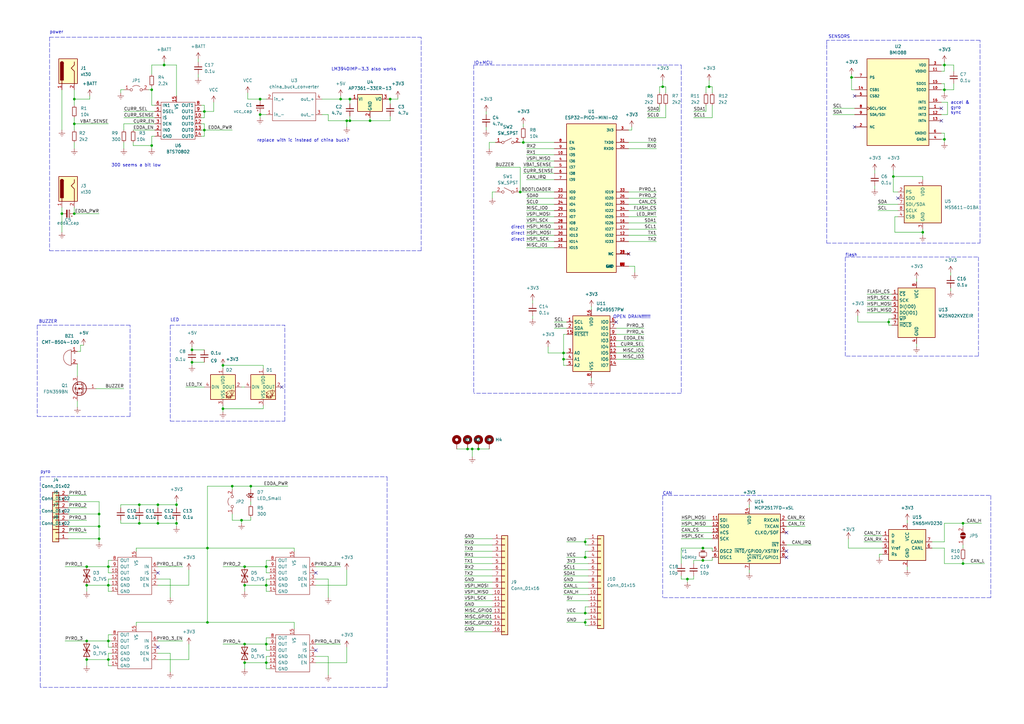
<source format=kicad_sch>
(kicad_sch (version 20211123) (generator eeschema)
  (paper "A3")
  (junction (at 387.35 26.67))
  (junction (at 35.56 270.51))
  (junction (at 231.14 147.32))
  (junction (at 35.56 240.03))
  (junction (at 240.03 222.25))
  (junction (at 231.14 144.78))
  (junction (at 196.215 184.15))
  (junction (at 109.22 232.41))
  (junction (at 142.24 49.53))
  (junction (at 30.48 50.8))
  (junction (at 30.48 40.64))
  (junction (at 64.77 214.63))
  (junction (at 35.56 232.41))
  (junction (at 85.09 255.27))
  (junction (at 85.09 224.79))
  (junction (at 106.68 46.99))
  (junction (at 30.48 87.63))
  (junction (at 143.51 49.53))
  (junction (at 57.15 214.63))
  (junction (at 290.83 35.56))
  (junction (at 100.33 271.78))
  (junction (at 62.23 59.69))
  (junction (at 95.25 199.39))
  (junction (at 83.82 53.34))
  (junction (at 281.94 237.49))
  (junction (at 394.97 214.63))
  (junction (at 288.29 224.79))
  (junction (at 40.64 215.9))
  (junction (at 40.64 210.82))
  (junction (at 151.765 49.53))
  (junction (at 109.22 264.16))
  (junction (at 271.78 35.56))
  (junction (at 78.74 148.59))
  (junction (at 240.03 251.46))
  (junction (at 143.51 40.64))
  (junction (at 378.46 95.25))
  (junction (at 44.45 270.51))
  (junction (at 106.68 40.64))
  (junction (at 394.97 231.14))
  (junction (at 387.35 57.15))
  (junction (at 44.45 240.03))
  (junction (at 387.35 36.83))
  (junction (at 102.87 199.39))
  (junction (at 91.44 167.64))
  (junction (at 240.03 228.6))
  (junction (at 191.77 184.15))
  (junction (at 214.63 58.42))
  (junction (at 160.02 40.64))
  (junction (at 44.45 262.89))
  (junction (at 78.74 143.51))
  (junction (at 72.39 207.01))
  (junction (at 99.06 213.36))
  (junction (at 349.25 31.75))
  (junction (at 364.49 132.08))
  (junction (at 240.03 255.27))
  (junction (at 109.22 271.78))
  (junction (at 213.36 78.74))
  (junction (at 72.39 214.63))
  (junction (at 40.64 220.98))
  (junction (at 44.45 232.41))
  (junction (at 100.33 232.41))
  (junction (at 91.44 149.86))
  (junction (at 25.4 87.63))
  (junction (at 64.77 207.01))
  (junction (at 57.15 207.01))
  (junction (at 35.56 262.89))
  (junction (at 62.23 36.83))
  (junction (at 366.395 72.39))
  (junction (at 100.33 240.03))
  (junction (at 288.29 229.87))
  (junction (at 109.22 240.03))
  (junction (at 67.31 26.67))
  (junction (at 100.33 264.16))
  (junction (at 139.7 40.64))
  (junction (at 83.82 45.72))
  (junction (at 193.675 184.15))
  (no_connect (at 350.52 52.07))
  (no_connect (at 386.08 49.53))
  (no_connect (at 64.77 265.43))
  (no_connect (at 386.08 44.45))
  (no_connect (at 115.57 158.75))
  (no_connect (at 322.58 226.06))
  (no_connect (at 322.58 228.6))
  (no_connect (at 129.54 266.7))
  (no_connect (at 252.73 132.08))
  (no_connect (at 322.58 218.44))
  (no_connect (at 257.81 104.14))
  (no_connect (at 64.77 234.95))
  (no_connect (at 368.3 81.28))
  (no_connect (at 350.52 39.37))
  (no_connect (at 129.54 234.95))
  (wire (pts (xy 62.23 59.69) (xy 62.23 60.96)))
  (wire (pts (xy 44.45 229.87) (xy 45.72 229.87)))
  (wire (pts (xy -92.71 121.92) (xy -82.55 121.92)))
  (wire (pts (xy 85.09 255.27) (xy 120.65 255.27)))
  (wire (pts (xy 101.6 38.1) (xy 101.6 40.64)))
  (wire (pts (xy 227.33 66.04) (xy 215.9 66.04)))
  (wire (pts (xy 30.48 48.26) (xy 30.48 50.8)))
  (wire (pts (xy 151.765 48.26) (xy 151.765 49.53)))
  (wire (pts (xy 190.5 233.68) (xy 201.93 233.68)))
  (wire (pts (xy 62.23 55.88) (xy 62.23 59.69)))
  (wire (pts (xy 120.65 226.06) (xy 120.65 224.79)))
  (wire (pts (xy 110.49 266.7) (xy 109.22 266.7)))
  (wire (pts (xy 322.58 213.36) (xy 330.2 213.36)))
  (wire (pts (xy 109.22 237.49) (xy 110.49 237.49)))
  (polyline (pts (xy 53.34 170.815) (xy 53.34 133.35)))
  (wire (pts (xy -54.61 109.22) (xy -44.45 109.22)))
  (wire (pts (xy 30.48 40.64) (xy 30.48 43.18)))
  (wire (pts (xy 289.56 43.18) (xy 289.56 45.72)))
  (wire (pts (xy 193.675 184.15) (xy 193.675 187.325)))
  (wire (pts (xy 83.82 53.34) (xy 83.82 50.8)))
  (wire (pts (xy 288.29 224.79) (xy 292.1 224.79)))
  (wire (pts (xy 109.22 242.57) (xy 109.22 240.03)))
  (wire (pts (xy 232.41 255.27) (xy 240.03 255.27)))
  (wire (pts (xy 387.35 54.61) (xy 387.35 57.15)))
  (wire (pts (xy 102.87 212.09) (xy 102.87 213.36)))
  (polyline (pts (xy 15.24 135.89) (xy 15.24 170.815)))
  (wire (pts (xy 107.95 166.37) (xy 107.95 167.64)))
  (wire (pts (xy 85.09 199.39) (xy 85.09 224.79)))
  (wire (pts (xy 224.79 144.78) (xy 224.79 142.24)))
  (wire (pts (xy 387.35 224.79) (xy 387.35 231.14)))
  (wire (pts (xy 91.44 149.86) (xy 91.44 151.13)))
  (wire (pts (xy 44.45 270.51) (xy 45.72 270.51)))
  (wire (pts (xy 241.3 223.52) (xy 240.03 223.52)))
  (wire (pts (xy 281.94 237.49) (xy 281.94 238.76)))
  (wire (pts (xy 57.15 214.63) (xy 64.77 214.63)))
  (wire (pts (xy 33.02 144.145) (xy 33.02 141.605)))
  (wire (pts (xy 83.82 48.26) (xy 82.55 48.26)))
  (wire (pts (xy 160.02 49.53) (xy 151.765 49.53)))
  (wire (pts (xy 394.97 231.14) (xy 403.86 231.14)))
  (wire (pts (xy 358.775 69.85) (xy 358.775 71.12)))
  (wire (pts (xy 129.54 264.16) (xy 139.7 264.16)))
  (wire (pts (xy 50.8 53.34) (xy 50.8 50.8)))
  (wire (pts (xy 257.81 53.34) (xy 259.08 53.34)))
  (wire (pts (xy 231.14 144.78) (xy 224.79 144.78)))
  (wire (pts (xy 389.89 118.11) (xy 389.89 119.38)))
  (wire (pts (xy 252.73 142.24) (xy 264.16 142.24)))
  (wire (pts (xy 91.44 167.64) (xy 107.95 167.64)))
  (wire (pts (xy 54.61 59.69) (xy 62.23 59.69)))
  (wire (pts (xy 289.56 35.56) (xy 290.83 35.56)))
  (wire (pts (xy 203.2 58.42) (xy 200.66 58.42)))
  (wire (pts (xy 67.31 25.4) (xy 67.31 26.67)))
  (wire (pts (xy -54.61 137.16) (xy -44.45 137.16)))
  (polyline (pts (xy 20.32 102.87) (xy 172.72 102.87)))
  (wire (pts (xy 143.51 40.64) (xy 143.51 42.545)))
  (wire (pts (xy 109.22 264.16) (xy 109.22 261.62)))
  (polyline (pts (xy 116.84 172.72) (xy 116.84 133.35)))
  (wire (pts (xy 355.6 125.73) (xy 365.76 125.73)))
  (wire (pts (xy 143.51 40.64) (xy 144.145 40.64)))
  (wire (pts (xy 27.94 220.98) (xy 40.64 220.98)))
  (wire (pts (xy 214.63 58.42) (xy 227.33 58.42)))
  (wire (pts (xy 232.41 228.6) (xy 240.03 228.6)))
  (wire (pts (xy 35.56 232.41) (xy 44.45 232.41)))
  (wire (pts (xy 106.68 46.99) (xy 109.22 46.99)))
  (wire (pts (xy 279.4 215.9) (xy 292.1 215.9)))
  (wire (pts (xy 386.08 26.67) (xy 387.35 26.67)))
  (wire (pts (xy 129.54 237.49) (xy 134.62 237.49)))
  (wire (pts (xy 77.47 240.03) (xy 77.47 233.68)))
  (wire (pts (xy 134.62 49.53) (xy 142.24 49.53)))
  (wire (pts (xy 106.68 40.64) (xy 109.22 40.64)))
  (wire (pts (xy 227.33 132.08) (xy 232.41 132.08)))
  (wire (pts (xy 55.88 255.27) (xy 85.09 255.27)))
  (wire (pts (xy 375.92 140.97) (xy 375.92 142.24)))
  (wire (pts (xy 99.06 213.36) (xy 95.25 213.36)))
  (wire (pts (xy 289.56 38.1) (xy 289.56 35.56)))
  (wire (pts (xy 394.97 231.14) (xy 387.35 231.14)))
  (polyline (pts (xy 339.09 18.415) (xy 339.09 99.695)))
  (wire (pts (xy 44.45 260.35) (xy 45.72 260.35)))
  (wire (pts (xy 257.81 60.96) (xy 269.24 60.96)))
  (wire (pts (xy 44.45 262.89) (xy 44.45 260.35)))
  (polyline (pts (xy 401.32 105.41) (xy 401.32 146.05)))
  (wire (pts (xy 252.73 139.7) (xy 264.16 139.7)))
  (wire (pts (xy 260.35 109.22) (xy 260.35 111.76)))
  (wire (pts (xy 389.89 111.76) (xy 389.89 113.03)))
  (wire (pts (xy 257.81 96.52) (xy 269.24 96.52)))
  (wire (pts (xy 62.23 26.67) (xy 62.23 30.48)))
  (wire (pts (xy 288.29 229.87) (xy 292.1 229.87)))
  (wire (pts (xy 213.36 68.58) (xy 203.2 68.58)))
  (wire (pts (xy 27.94 213.36) (xy 35.56 213.36)))
  (wire (pts (xy 355.6 128.27) (xy 365.76 128.27)))
  (wire (pts (xy 354.33 219.71) (xy 361.95 219.71)))
  (wire (pts (xy 30.48 85.09) (xy 30.48 87.63)))
  (wire (pts (xy 387.35 57.15) (xy 387.35 58.42)))
  (wire (pts (xy 132.08 40.64) (xy 139.7 40.64)))
  (wire (pts (xy 227.33 73.66) (xy 215.9 73.66)))
  (wire (pts (xy 360.68 227.33) (xy 360.68 228.6)))
  (wire (pts (xy -54.61 127) (xy -44.45 127)))
  (wire (pts (xy 387.35 36.83) (xy 387.35 38.1)))
  (polyline (pts (xy 20.32 15.24) (xy 172.72 15.24)))
  (wire (pts (xy 242.57 125.73) (xy 242.57 127)))
  (wire (pts (xy 292.1 224.79) (xy 292.1 226.06)))
  (wire (pts (xy 35.56 240.03) (xy 35.56 242.57)))
  (wire (pts (xy 54.61 58.42) (xy 54.61 59.69)))
  (wire (pts (xy 257.81 93.98) (xy 269.24 93.98)))
  (wire (pts (xy 240.03 228.6) (xy 241.3 228.6)))
  (wire (pts (xy 387.35 57.15) (xy 386.08 57.15)))
  (wire (pts (xy 365.76 130.81) (xy 364.49 130.81)))
  (wire (pts (xy 129.54 240.03) (xy 142.24 240.03)))
  (wire (pts (xy 284.48 45.72) (xy 289.56 45.72)))
  (wire (pts (xy 109.22 266.7) (xy 109.22 264.16)))
  (polyline (pts (xy 406.4 203.2) (xy 406.4 245.11)))
  (wire (pts (xy 215.9 88.9) (xy 227.33 88.9)))
  (wire (pts (xy 110.49 234.95) (xy 109.22 234.95)))
  (wire (pts (xy 50.8 58.42) (xy 50.8 60.96)))
  (wire (pts (xy 284.48 237.49) (xy 284.48 236.22)))
  (wire (pts (xy 270.51 43.18) (xy 270.51 45.72)))
  (wire (pts (xy 259.08 52.07) (xy 259.08 53.34)))
  (wire (pts (xy 240.03 226.06) (xy 240.03 228.6)))
  (wire (pts (xy 190.5 241.3) (xy 201.93 241.3)))
  (wire (pts (xy 40.64 220.98) (xy 40.64 222.25)))
  (wire (pts (xy 100.33 264.16) (xy 109.22 264.16)))
  (wire (pts (xy -54.61 132.08) (xy -44.45 132.08)))
  (wire (pts (xy 241.3 243.84) (xy 231.14 243.84)))
  (polyline (pts (xy 194.31 26.67) (xy 279.4 26.67)))
  (wire (pts (xy 240.03 254) (xy 241.3 254)))
  (wire (pts (xy 227.33 78.74) (xy 213.36 78.74)))
  (wire (pts (xy 109.22 261.62) (xy 110.49 261.62)))
  (wire (pts (xy 132.08 46.99) (xy 134.62 46.99)))
  (polyline (pts (xy 15.24 133.35) (xy 15.24 135.89)))
  (wire (pts (xy 44.45 265.43) (xy 44.45 262.89)))
  (wire (pts (xy -92.71 137.16) (xy -82.55 137.16)))
  (wire (pts (xy 231.14 147.32) (xy 231.14 144.78)))
  (wire (pts (xy 279.4 236.22) (xy 279.4 237.49)))
  (wire (pts (xy 231.14 147.32) (xy 232.41 147.32)))
  (wire (pts (xy 83.82 53.34) (xy 95.25 53.34)))
  (wire (pts (xy 378.46 95.25) (xy 378.46 96.52)))
  (wire (pts (xy 160.02 40.64) (xy 163.195 40.64)))
  (wire (pts (xy 57.15 213.36) (xy 57.15 214.63)))
  (wire (pts (xy 31.75 144.145) (xy 33.02 144.145)))
  (wire (pts (xy 99.06 213.36) (xy 99.06 214.63)))
  (wire (pts (xy 366.395 69.85) (xy 366.395 72.39)))
  (wire (pts (xy 67.31 26.67) (xy 72.39 26.67)))
  (wire (pts (xy 69.85 267.97) (xy 69.85 275.59)))
  (wire (pts (xy 350.52 46.99) (xy 341.63 46.99)))
  (wire (pts (xy 241.3 233.68) (xy 231.14 233.68)))
  (wire (pts (xy 100.33 240.03) (xy 100.33 242.57)))
  (wire (pts (xy 193.675 184.15) (xy 196.215 184.15)))
  (wire (pts (xy 57.15 207.01) (xy 57.15 208.28)))
  (wire (pts (xy 187.325 184.15) (xy 191.77 184.15)))
  (wire (pts (xy 62.23 26.67) (xy 67.31 26.67)))
  (wire (pts (xy 44.45 232.41) (xy 44.45 229.87)))
  (wire (pts (xy 64.77 262.89) (xy 74.93 262.89)))
  (wire (pts (xy 44.45 234.95) (xy 44.45 232.41)))
  (wire (pts (xy 387.35 29.21) (xy 387.35 26.67)))
  (polyline (pts (xy 194.31 26.67) (xy 194.31 161.29)))
  (wire (pts (xy 190.5 248.92) (xy 201.93 248.92)))
  (wire (pts (xy 364.49 130.81) (xy 364.49 132.08)))
  (wire (pts (xy 30.48 87.63) (xy 40.64 87.63)))
  (wire (pts (xy 364.49 132.08) (xy 364.49 133.35)))
  (wire (pts (xy 190.5 220.98) (xy 201.93 220.98)))
  (wire (pts (xy 110.49 274.32) (xy 109.22 274.32)))
  (wire (pts (xy 355.6 120.65) (xy 365.76 120.65)))
  (wire (pts (xy 242.57 154.94) (xy 242.57 156.21)))
  (wire (pts (xy 109.22 264.16) (xy 110.49 264.16)))
  (polyline (pts (xy 69.85 133.35) (xy 69.85 172.72)))
  (wire (pts (xy 215.9 81.28) (xy 227.33 81.28)))
  (wire (pts (xy 44.45 273.05) (xy 44.45 270.51)))
  (wire (pts (xy 361.95 224.79) (xy 347.98 224.79)))
  (wire (pts (xy 241.3 226.06) (xy 240.03 226.06)))
  (wire (pts (xy 257.81 88.9) (xy 269.24 88.9)))
  (wire (pts (xy 252.73 137.16) (xy 264.16 137.16)))
  (wire (pts (xy 45.72 265.43) (xy 44.45 265.43)))
  (wire (pts (xy 241.3 248.92) (xy 240.03 248.92)))
  (wire (pts (xy 227.33 68.58) (xy 214.63 68.58)))
  (wire (pts (xy 26.67 262.89) (xy 35.56 262.89)))
  (wire (pts (xy 190.5 236.22) (xy 201.93 236.22)))
  (wire (pts (xy 129.54 269.24) (xy 134.62 269.24)))
  (wire (pts (xy 40.64 215.9) (xy 40.64 220.98)))
  (wire (pts (xy 231.14 144.78) (xy 232.41 144.78)))
  (wire (pts (xy 350.52 31.75) (xy 349.25 31.75)))
  (wire (pts (xy 30.48 40.64) (xy 36.83 40.64)))
  (wire (pts (xy 322.58 215.9) (xy 330.2 215.9)))
  (wire (pts (xy 139.7 39.37) (xy 139.7 40.64)))
  (wire (pts (xy 394.97 214.63) (xy 394.97 215.9)))
  (wire (pts (xy 252.73 147.32) (xy 264.16 147.32)))
  (wire (pts (xy 49.53 207.01) (xy 57.15 207.01)))
  (wire (pts (xy 78.74 143.51) (xy 83.82 143.51)))
  (wire (pts (xy 281.94 237.49) (xy 284.48 237.49)))
  (wire (pts (xy 341.63 44.45) (xy 350.52 44.45)))
  (wire (pts (xy 129.54 271.78) (xy 142.24 271.78)))
  (wire (pts (xy 72.39 205.74) (xy 72.39 207.01)))
  (wire (pts (xy 45.72 242.57) (xy 44.45 242.57)))
  (wire (pts (xy 120.65 224.79) (xy 85.09 224.79)))
  (wire (pts (xy 367.03 95.25) (xy 367.03 88.9)))
  (polyline (pts (xy 15.24 170.815) (xy 53.34 170.815)))
  (wire (pts (xy 49.53 207.01) (xy 49.53 208.28)))
  (wire (pts (xy -92.71 127) (xy -82.55 127)))
  (wire (pts (xy 257.81 83.82) (xy 269.24 83.82)))
  (wire (pts (xy 190.5 259.08) (xy 201.93 259.08)))
  (wire (pts (xy 232.41 251.46) (xy 240.03 251.46)))
  (wire (pts (xy 27.94 210.82) (xy 40.64 210.82)))
  (wire (pts (xy 227.33 134.62) (xy 232.41 134.62)))
  (wire (pts (xy 214.63 50.8) (xy 214.63 52.07)))
  (wire (pts (xy -54.61 134.62) (xy -44.45 134.62)))
  (wire (pts (xy 279.4 220.98) (xy 292.1 220.98)))
  (wire (pts (xy 49.53 214.63) (xy 57.15 214.63)))
  (wire (pts (xy 190.5 228.6) (xy 201.93 228.6)))
  (wire (pts (xy 231.14 149.86) (xy 231.14 147.32)))
  (wire (pts (xy 391.16 26.67) (xy 391.16 29.21)))
  (wire (pts (xy 227.33 86.36) (xy 215.9 86.36)))
  (wire (pts (xy 203.2 78.74) (xy 201.93 78.74)))
  (wire (pts (xy 44.45 267.97) (xy 45.72 267.97)))
  (wire (pts (xy 64.77 237.49) (xy 69.85 237.49)))
  (wire (pts (xy 106.68 46.355) (xy 106.68 46.99)))
  (wire (pts (xy 160.02 40.64) (xy 160.02 42.545)))
  (wire (pts (xy 120.65 255.27) (xy 120.65 257.81)))
  (wire (pts (xy 30.48 36.83) (xy 30.48 40.64)))
  (wire (pts (xy 273.05 43.18) (xy 273.05 48.26)))
  (wire (pts (xy 218.44 129.54) (xy 218.44 130.81)))
  (wire (pts (xy 69.85 237.49) (xy 69.85 245.11)))
  (polyline (pts (xy 69.85 133.35) (xy 116.84 133.35)))
  (wire (pts (xy 44.45 242.57) (xy 44.45 240.03)))
  (wire (pts (xy 387.35 25.4) (xy 387.35 26.67)))
  (wire (pts (xy 227.33 96.52) (xy 215.9 96.52)))
  (wire (pts (xy 159.385 40.64) (xy 160.02 40.64)))
  (wire (pts (xy 292.1 43.18) (xy 292.1 48.26)))
  (wire (pts (xy 367.03 88.9) (xy 368.3 88.9)))
  (wire (pts (xy 241.3 256.54) (xy 240.03 256.54)))
  (wire (pts (xy 82.55 55.88) (xy 83.82 55.88)))
  (polyline (pts (xy 401.955 16.51) (xy 339.09 16.51)))
  (wire (pts (xy 82.55 43.18) (xy 83.82 43.18)))
  (wire (pts (xy 232.41 231.14) (xy 241.3 231.14)))
  (wire (pts (xy 265.43 45.72) (xy 270.51 45.72)))
  (wire (pts (xy 83.82 45.72) (xy 87.63 45.72)))
  (wire (pts (xy 284.48 229.87) (xy 284.48 231.14)))
  (polyline (pts (xy 339.09 16.51) (xy 339.09 19.05)))
  (wire (pts (xy 196.215 184.15) (xy 200.66 184.15)))
  (wire (pts (xy 387.35 36.83) (xy 391.16 36.83)))
  (wire (pts (xy 64.77 270.51) (xy 77.47 270.51)))
  (wire (pts (xy 227.33 93.98) (xy 215.9 93.98)))
  (wire (pts (xy 102.87 205.74) (xy 102.87 207.01)))
  (wire (pts (xy 72.39 26.67) (xy 72.39 39.37)))
  (wire (pts (xy 44.45 237.49) (xy 45.72 237.49)))
  (wire (pts (xy 364.49 133.35) (xy 365.76 133.35)))
  (wire (pts (xy 85.09 224.79) (xy 85.09 255.27)))
  (wire (pts (xy 240.03 248.92) (xy 240.03 251.46)))
  (wire (pts (xy 190.5 254) (xy 201.93 254)))
  (polyline (pts (xy 401.32 146.05) (xy 346.71 146.05)))
  (polyline (pts (xy 279.4 26.67) (xy 279.4 161.29)))
  (wire (pts (xy -92.71 124.46) (xy -82.55 124.46)))
  (polyline (pts (xy 346.71 105.41) (xy 401.32 105.41)))
  (wire (pts (xy 382.27 222.25) (xy 387.35 222.25)))
  (wire (pts (xy 279.4 237.49) (xy 281.94 237.49)))
  (wire (pts (xy 95.25 199.39) (xy 102.87 199.39)))
  (wire (pts (xy 35.56 262.89) (xy 44.45 262.89)))
  (wire (pts (xy 40.64 205.74) (xy 40.64 210.82)))
  (wire (pts (xy 27.94 208.28) (xy 35.56 208.28)))
  (wire (pts (xy -92.71 116.84) (xy -82.55 116.84)))
  (polyline (pts (xy 401.955 99.695) (xy 401.955 16.51)))
  (wire (pts (xy 190.5 238.76) (xy 201.93 238.76)))
  (wire (pts (xy -54.61 114.3) (xy -44.45 114.3)))
  (wire (pts (xy 77.47 270.51) (xy 77.47 264.16)))
  (wire (pts (xy 82.55 45.72) (xy 83.82 45.72)))
  (wire (pts (xy 375.92 114.3) (xy 375.92 115.57)))
  (wire (pts (xy 57.15 207.01) (xy 64.77 207.01)))
  (wire (pts (xy 240.03 220.98) (xy 241.3 220.98)))
  (wire (pts (xy 284.48 48.26) (xy 292.1 48.26)))
  (wire (pts (xy 91.44 167.64) (xy 91.44 168.91)))
  (polyline (pts (xy 346.71 146.05) (xy 346.71 105.41)))
  (wire (pts (xy 44.45 240.03) (xy 45.72 240.03)))
  (wire (pts (xy 232.41 246.38) (xy 241.3 246.38)))
  (wire (pts (xy 349.25 31.75) (xy 349.25 30.48)))
  (wire (pts (xy 347.98 224.79) (xy 347.98 220.98)))
  (wire (pts (xy 64.77 240.03) (xy 77.47 240.03)))
  (wire (pts (xy 257.81 99.06) (xy 269.24 99.06)))
  (wire (pts (xy 257.81 58.42) (xy 269.24 58.42)))
  (wire (pts (xy 81.28 24.13) (xy 81.28 25.4)))
  (wire (pts (xy 241.3 241.3) (xy 231.14 241.3)))
  (wire (pts (xy 91.44 149.86) (xy 107.95 149.86)))
  (wire (pts (xy 50.8 48.26) (xy 63.5 48.26)))
  (wire (pts (xy 55.88 256.54) (xy 55.88 255.27)))
  (wire (pts (xy 307.34 207.01) (xy 307.34 208.28)))
  (polyline (pts (xy 16.51 195.58) (xy 16.51 281.94)))
  (wire (pts (xy 64.77 267.97) (xy 69.85 267.97)))
  (wire (pts (xy 163.195 40.64) (xy 163.195 40.005)))
  (wire (pts (xy 25.4 87.63) (xy 25.4 95.25)))
  (wire (pts (xy 270.51 35.56) (xy 271.78 35.56)))
  (wire (pts (xy 109.22 271.78) (xy 109.22 269.24)))
  (wire (pts (xy 290.83 33.02) (xy 290.83 35.56)))
  (wire (pts (xy 64.77 232.41) (xy 74.93 232.41)))
  (wire (pts (xy 240.03 222.25) (xy 240.03 220.98)))
  (wire (pts (xy 72.39 207.01) (xy 72.39 208.28)))
  (wire (pts (xy 33.02 141.605) (xy 34.29 141.605)))
  (polyline (pts (xy 339.09 99.695) (xy 401.955 99.695)))
  (wire (pts (xy 83.82 50.8) (xy 82.55 50.8)))
  (wire (pts (xy 190.5 256.54) (xy 201.93 256.54)))
  (polyline (pts (xy 406.4 245.11) (xy 271.78 245.11)))
  (wire (pts (xy 372.11 213.36) (xy 372.11 214.63)))
  (wire (pts (xy 387.35 214.63) (xy 387.35 222.25)))
  (wire (pts (xy 279.4 224.79) (xy 288.29 224.79)))
  (wire (pts (xy 45.72 273.05) (xy 44.45 273.05)))
  (wire (pts (xy 271.78 35.56) (xy 273.05 35.56)))
  (wire (pts (xy 95.25 199.39) (xy 95.25 200.66)))
  (wire (pts (xy 290.83 35.56) (xy 292.1 35.56)))
  (wire (pts (xy 387.35 214.63) (xy 394.97 214.63)))
  (wire (pts (xy 350.52 36.83) (xy 349.25 36.83)))
  (wire (pts (xy 49.53 36.83) (xy 49.53 38.1)))
  (wire (pts (xy 292.1 229.87) (xy 292.1 228.6)))
  (wire (pts (xy 292.1 35.56) (xy 292.1 38.1)))
  (polyline (pts (xy 271.78 203.2) (xy 406.4 203.2)))
  (wire (pts (xy 227.33 60.96) (xy 215.9 60.96)))
  (wire (pts (xy 35.56 270.51) (xy 35.56 273.05)))
  (wire (pts (xy 109.22 269.24) (xy 110.49 269.24)))
  (wire (pts (xy 279.4 231.14) (xy 279.4 224.79)))
  (wire (pts (xy 227.33 63.5) (xy 215.9 63.5)))
  (wire (pts (xy 142.24 271.78) (xy 142.24 265.43)))
  (wire (pts (xy 160.02 47.625) (xy 160.02 49.53)))
  (wire (pts (xy 361.95 227.33) (xy 360.68 227.33)))
  (wire (pts (xy 386.08 29.21) (xy 387.35 29.21)))
  (wire (pts (xy 142.24 240.03) (xy 142.24 233.68)))
  (wire (pts (xy 31.75 149.225) (xy 31.75 154.305)))
  (wire (pts (xy -54.61 121.92) (xy -44.45 121.92)))
  (wire (pts (xy 109.22 240.03) (xy 109.22 237.49)))
  (wire (pts (xy 200.66 58.42) (xy 200.66 60.96)))
  (wire (pts (xy 378.46 95.25) (xy 367.03 95.25)))
  (wire (pts (xy 109.22 234.95) (xy 109.22 232.41)))
  (wire (pts (xy 49.53 36.83) (xy 50.8 36.83)))
  (polyline (pts (xy 20.32 15.24) (xy 20.32 102.87)))
  (wire (pts (xy 143.51 47.625) (xy 143.51 49.53)))
  (wire (pts (xy 257.81 91.44) (xy 269.24 91.44)))
  (wire (pts (xy 199.39 45.72) (xy 199.39 46.99)))
  (wire (pts (xy 240.03 223.52) (xy 240.03 222.25)))
  (wire (pts (xy 39.37 159.385) (xy 50.8 159.385)))
  (wire (pts (xy 366.395 78.74) (xy 368.3 78.74)))
  (polyline (pts (xy 271.78 203.2) (xy 271.78 245.11)))
  (wire (pts (xy 378.46 93.98) (xy 378.46 95.25)))
  (wire (pts (xy 27.94 215.9) (xy 40.64 215.9)))
  (wire (pts (xy 265.43 48.26) (xy 273.05 48.26)))
  (wire (pts (xy 30.48 58.42) (xy 30.48 60.96)))
  (wire (pts (xy 54.61 53.34) (xy 63.5 53.34)))
  (wire (pts (xy 27.94 205.74) (xy 40.64 205.74)))
  (wire (pts (xy 134.62 237.49) (xy 134.62 245.11)))
  (wire (pts (xy 386.08 41.91) (xy 388.62 41.91)))
  (wire (pts (xy 36.83 39.37) (xy 36.83 40.64)))
  (wire (pts (xy 25.4 36.83) (xy 25.4 53.34)))
  (wire (pts (xy 232.41 222.25) (xy 240.03 222.25)))
  (wire (pts (xy 378.46 72.39) (xy 378.46 73.66)))
  (wire (pts (xy 360.045 86.36) (xy 368.3 86.36)))
  (wire (pts (xy 213.36 78.74) (xy 213.36 68.58)))
  (wire (pts (xy 100.33 240.03) (xy 109.22 240.03)))
  (wire (pts (xy 63.5 43.18) (xy 62.23 43.18)))
  (wire (pts (xy 218.44 123.19) (xy 218.44 124.46)))
  (wire (pts (xy 101.6 40.64) (xy 106.68 40.64)))
  (wire (pts (xy 78.74 142.24) (xy 78.74 143.51)))
  (wire (pts (xy 64.77 214.63) (xy 72.39 214.63)))
  (wire (pts (xy 78.74 148.59) (xy 83.82 148.59)))
  (wire (pts (xy 388.62 41.91) (xy 388.62 46.99)))
  (wire (pts (xy 257.81 86.36) (xy 269.24 86.36)))
  (wire (pts (xy 227.33 99.06) (xy 215.9 99.06)))
  (wire (pts (xy 257.81 78.74) (xy 269.24 78.74)))
  (wire (pts (xy 49.53 213.36) (xy 49.53 214.63)))
  (wire (pts (xy 102.87 199.39) (xy 118.11 199.39)))
  (wire (pts (xy 240.03 256.54) (xy 240.03 255.27)))
  (wire (pts (xy 102.87 200.66) (xy 102.87 199.39)))
  (wire (pts (xy 100.33 271.78) (xy 109.22 271.78)))
  (wire (pts (xy 142.24 49.53) (xy 143.51 49.53)))
  (wire (pts (xy -92.71 134.62) (xy -82.55 134.62)))
  (wire (pts (xy 190.5 246.38) (xy 201.93 246.38)))
  (wire (pts (xy 386.08 34.29) (xy 387.35 34.29)))
  (wire (pts (xy 271.78 33.02) (xy 271.78 35.56)))
  (wire (pts (xy 201.93 78.74) (xy 201.93 81.28)))
  (wire (pts (xy 394.97 229.87) (xy 394.97 231.14)))
  (wire (pts (xy 109.22 274.32) (xy 109.22 271.78)))
  (wire (pts (xy 40.64 210.82) (xy 40.64 215.9)))
  (wire (pts (xy 394.97 223.52) (xy 394.97 224.79)))
  (wire (pts (xy 107.95 149.86) (xy 107.95 151.13)))
  (wire (pts (xy 214.63 57.15) (xy 214.63 58.42)))
  (wire (pts (xy 227.33 91.44) (xy 215.9 91.44)))
  (wire (pts (xy 214.63 71.12) (xy 227.33 71.12)))
  (wire (pts (xy 349.25 36.83) (xy 349.25 31.75)))
  (wire (pts (xy 213.36 58.42) (xy 214.63 58.42)))
  (wire (pts (xy 44.45 240.03) (xy 44.45 237.49)))
  (wire (pts (xy 279.4 213.36) (xy 292.1 213.36)))
  (polyline (pts (xy 158.75 281.94) (xy 16.51 281.94)))
  (wire (pts (xy 190.5 251.46) (xy 201.93 251.46)))
  (wire (pts (xy 360.045 83.82) (xy 368.3 83.82)))
  (wire (pts (xy 231.14 238.76) (xy 241.3 238.76)))
  (wire (pts (xy 279.4 218.44) (xy 292.1 218.44)))
  (wire (pts (xy 129.54 232.41) (xy 139.7 232.41)))
  (wire (pts (xy 372.11 232.41) (xy 372.11 233.68)))
  (wire (pts (xy 76.2 158.75) (xy 83.82 158.75)))
  (wire (pts (xy 91.44 166.37) (xy 91.44 167.64)))
  (wire (pts (xy 109.22 240.03) (xy 110.49 240.03)))
  (wire (pts (xy 64.77 213.36) (xy 64.77 214.63)))
  (polyline (pts (xy 69.85 172.72) (xy 116.84 172.72)))
  (wire (pts (xy 50.8 45.72) (xy 63.5 45.72)))
  (wire (pts (xy 273.05 35.56) (xy 273.05 38.1)))
  (polyline (pts (xy 16.51 195.58) (xy 158.75 195.58)))
  (wire (pts (xy 355.6 123.19) (xy 365.76 123.19)))
  (wire (pts (xy 95.25 213.36) (xy 95.25 210.82)))
  (wire (pts (xy 99.06 158.75) (xy 100.33 158.75)))
  (wire (pts (xy 322.58 223.52) (xy 332.74 223.52)))
  (wire (pts (xy -54.61 111.76) (xy -44.45 111.76)))
  (wire (pts (xy 45.72 234.95) (xy 44.45 234.95)))
  (wire (pts (xy 232.41 149.86) (xy 231.14 149.86)))
  (wire (pts (xy 27.94 218.44) (xy 35.56 218.44)))
  (wire (pts (xy 83.82 55.88) (xy 83.82 53.34)))
  (wire (pts (xy 354.33 222.25) (xy 361.95 222.25)))
  (wire (pts (xy 143.51 49.53) (xy 151.765 49.53)))
  (wire (pts (xy -54.61 129.54) (xy -44.45 129.54)))
  (wire (pts (xy 31.75 164.465) (xy 31.75 167.005)))
  (wire (pts (xy 91.44 264.16) (xy 100.33 264.16)))
  (wire (pts (xy 109.22 271.78) (xy 110.49 271.78)))
  (wire (pts (xy 142.24 49.53) (xy 142.24 52.07)))
  (wire (pts (xy 241.3 236.22) (xy 231.14 236.22)))
  (wire (pts (xy -92.71 132.08) (xy -82.55 132.08)))
  (wire (pts (xy 351.79 132.08) (xy 351.79 129.54)))
  (wire (pts (xy 366.395 78.74) (xy 366.395 72.39)))
  (wire (pts (xy 44.45 232.41) (xy 45.72 232.41)))
  (wire (pts (xy 91.44 232.41) (xy 100.33 232.41)))
  (wire (pts (xy 364.49 132.08) (xy 351.79 132.08)))
  (wire (pts (xy 109.22 232.41) (xy 110.49 232.41)))
  (wire (pts (xy 139.7 40.64) (xy 143.51 40.64)))
  (wire (pts (xy -92.71 119.38) (xy -82.55 119.38)))
  (wire (pts (xy 387.35 36.83) (xy 386.08 36.83)))
  (wire (pts (xy -92.71 129.54) (xy -82.55 129.54)))
  (wire (pts (xy 72.39 213.36) (xy 72.39 214.63)))
  (wire (pts (xy 100.33 271.78) (xy 100.33 274.32)))
  (wire (pts (xy 134.62 46.99) (xy 134.62 49.53)))
  (wire (pts (xy 30.48 50.8) (xy 30.48 53.34)))
  (wire (pts (xy 26.67 232.41) (xy 35.56 232.41)))
  (wire (pts (xy -92.71 109.22) (xy -82.55 109.22)))
  (wire (pts (xy 78.74 148.59) (xy 78.74 149.86)))
  (wire (pts (xy 72.39 215.9) (xy 72.39 214.63)))
  (wire (pts (xy 386.08 54.61) (xy 387.35 54.61)))
  (wire (pts (xy -54.61 124.46) (xy -44.45 124.46)))
  (wire (pts (xy 190.5 223.52) (xy 201.93 223.52)))
  (wire (pts (xy 240.03 251.46) (xy 241.3 251.46)))
  (polyline (pts (xy 172.72 102.87) (xy 172.72 15.24)))
  (wire (pts (xy 62.23 35.56) (xy 62.23 36.83)))
  (wire (pts (xy 87.63 41.91) (xy 87.63 45.72)))
  (wire (pts (xy 252.73 134.62) (xy 264.16 134.62)))
  (wire (pts (xy 387.35 26.67) (xy 391.16 26.67)))
  (wire (pts (xy -54.61 119.38) (xy -44.45 119.38)))
  (wire (pts (xy -92.71 114.3) (xy -82.55 114.3)))
  (wire (pts (xy 252.73 144.78) (xy 264.16 144.78)))
  (wire (pts (xy 109.22 229.87) (xy 110.49 229.87)))
  (wire (pts (xy 81.28 30.48) (xy 81.28 31.75)))
  (wire (pts (xy 102.87 213.36) (xy 99.06 213.36)))
  (wire (pts (xy 83.82 43.18) (xy 83.82 45.72)))
  (wire (pts (xy 82.55 53.34) (xy 83.82 53.34)))
  (wire (pts (xy 190.5 243.84) (xy 201.93 243.84)))
  (wire (pts (xy 25.4 85.09) (xy 25.4 87.63)))
  (wire (pts (xy 83.82 45.72) (xy 83.82 48.26)))
  (wire (pts (xy 85.09 224.79) (xy 55.88 224.79)))
  (wire (pts (xy 191.77 184.15) (xy 193.675 184.15)))
  (wire (pts (xy 100.33 232.41) (xy 109.22 232.41)))
  (wire (pts (xy 95.25 199.39) (xy 85.09 199.39)))
  (wire (pts (xy 64.77 207.01) (xy 72.39 207.01)))
  (wire (pts (xy 199.39 52.07) (xy 199.39 53.34)))
  (wire (pts (xy 387.35 224.79) (xy 382.27 224.79)))
  (wire (pts (xy 190.5 226.06) (xy 201.93 226.06)))
  (wire (pts (xy 288.29 229.87) (xy 284.48 229.87)))
  (wire (pts (xy -92.71 111.76) (xy -82.55 111.76)))
  (wire (pts (xy 215.9 83.82) (xy 227.33 83.82)))
  (wire (pts (xy 44.45 262.89) (xy 45.72 262.89)))
  (polyline (pts (xy 158.75 195.58) (xy 158.75 281.94)))
  (wire (pts (xy 257.81 109.22) (xy 260.35 109.22)))
  (polyline (pts (xy 53.34 133.35) (xy 15.24 133.35)))
  (wire (pts (xy 190.5 231.14) (xy 201.93 231.14)))
  (wire (pts (xy 109.22 232.41) (xy 109.22 229.87)))
  (wire (pts (xy 270.51 38.1) (xy 270.51 35.56)))
  (wire (pts (xy 35.56 270.51) (xy 44.45 270.51)))
  (wire (pts (xy 391.16 36.83) (xy 391.16 34.29)))
  (wire (pts (xy 55.88 224.79) (xy 55.88 226.06)))
  (polyline (pts (xy 279.4 161.29) (xy 194.31 161.29)))
  (wire (pts (xy 44.45 270.51) (xy 44.45 267.97)))
  (wire (pts (xy 358.775 76.2) (xy 358.775 77.47)))
  (wire (pts (xy 232.41 137.16) (xy 231.14 137.16)))
  (wire (pts (xy 110.49 242.57) (xy 109.22 242.57)))
  (wire (pts (xy -54.61 116.84) (xy -44.45 116.84)))
  (wire (pts (xy 30.48 50.8) (xy 44.45 50.8)))
  (wire (pts (xy 64.77 207.01) (xy 64.77 208.28)))
  (wire (pts (xy 106.68 46.99) (xy 106.68 48.26)))
  (wire (pts (xy 35.56 240.03) (xy 44.45 240.03)))
  (wire (pts (xy 134.62 269.24) (xy 134.62 276.86)))
  (wire (pts (xy 27.94 203.2) (xy 35.56 203.2)))
  (wire (pts (xy 231.14 137.16) (xy 231.14 144.78)))
  (wire (pts (xy 63.5 55.88) (xy 62.23 55.88)))
  (wire (pts (xy 388.62 46.99) (xy 386.08 46.99)))
  (wire (pts (xy 50.8 50.8) (xy 63.5 50.8)))
  (wire (pts (xy 106.68 40.64) (xy 106.68 41.275)))
  (wire (pts (xy 387.35 34.29) (xy 387.35 36.83)))
  (wire (pts (xy 307.34 233.68) (xy 307.34 234.95)))
  (wire (pts (xy 62.23 43.18) (xy 62.23 36.83)))
  (wire (pts (xy 394.97 214.63) (xy 402.59 214.63)))
  (wire (pts (xy 60.96 36.83) (xy 62.23 36.83)))
  (wire (pts (xy 366.395 72.39) (xy 378.46 72.39)))
  (wire (pts (xy 240.03 255.27) (xy 240.03 254)))
  (wire (pts (xy 257.81 81.28) (xy 269.24 81.28)))
  (wire (pts (xy 227.33 101.6) (xy 215.9 101.6)))
  (text "replace with ic instead of china buck?" (at 105.41 58.42 0) (effects (font (size 1.27 1.27)) (justify left bottom)))
  (text "direct" (at 209.55 99.06 0) (effects (font (size 1.27 1.27)) (justify left bottom)))
  (text "IO+MCU" (at 194.31 26.67 0) (effects (font (size 1.27 1.27)) (justify left bottom)))
  (text "direct" (at 209.55 96.52 0) (effects (font (size 1.27 1.27)) (justify left bottom)))
  (text "pyro" (at 16.51 194.31 0) (effects (font (size 1.27 1.27)) (justify left bottom)))
  (text "BUZZER" (at 15.875 132.715 0) (effects (font (size 1.27 1.27)) (justify left bottom)))
  (text "flash" (at 346.71 105.41 0) (effects (font (size 1.27 1.27)) (justify left bottom)))
  (text "LM3940IMP-3.3 also works" (at 135.89 29.21 0) (effects (font (size 1.27 1.27)) (justify left bottom)))
  (text "direct" (at 209.55 93.98 0) (effects (font (size 1.27 1.27)) (justify left bottom)))
  (text "CAN" (at 271.78 203.2 0) (effects (font (size 1.27 1.27)) (justify left bottom)))
  (text "accel &\ngyro\nsync\n" (at 389.89 46.99 0) (effects (font (size 1.27 1.27)) (justify left bottom)))
  (text "300 seems a bit low" (at 66.04 68.58 180) (effects (font (size 1.27 1.27)) (justify right bottom)))
  (text "LED" (at 69.85 132.08 0) (effects (font (size 1.27 1.27)) (justify left bottom)))
  (text "SENSORS\n" (at 339.725 15.875 0) (effects (font (size 1.27 1.27)) (justify left bottom)))
  (text "OPEN DRAIN!!!!!!\n" (at 251.46 130.81 0) (effects (font (size 1.27 1.27)) (justify left bottom)))
  (text "power" (at 20.32 13.97 0) (effects (font (size 1.27 1.27)) (justify left bottom)))
  (label "GND" (at 232.41 255.27 0))
  (label "EDDA_EN" (at 54.61 53.34 0))
  (label "SCL0" (at 215.9 83.82 0))
  (label "PYRO_1" (at 269.24 78.74 180))
  (label "CAN_L" (at -92.71 121.92 0))
  (label "SCL" (at 227.33 132.08 0))
  (label "GND" (at 190.5 220.98 0))
  (label "PYRO_4" (at 91.44 264.16 0))
  (label "VBAT_SENSE" (at 44.45 50.8 180))
  (label "HSPI_MISO" (at 355.6 128.27 0))
  (label "GND" (at -54.61 109.22 0))
  (label "PYRO_3_EN" (at 74.93 262.89 180))
  (label "LED_TX" (at 76.2 158.75 0))
  (label "CURR_SEL" (at 50.8 45.72 0))
  (label "SCL1" (at 284.48 48.26 0))
  (label "SCL" (at 341.63 44.45 0))
  (label "GND" (at -92.71 134.62 0))
  (label "HSPI_MOSI" (at 215.9 96.52 0))
  (label "HSPI_MOSI" (at 355.6 125.73 0))
  (label "MISC_GPIO2" (at 190.5 256.54 0))
  (label "CAN_IRQ" (at 215.9 73.66 0))
  (label "FLASH_CS" (at 269.24 86.36 180))
  (label "GND" (at 190.5 238.76 0))
  (label "5V" (at -92.71 127 0))
  (label "PYRO_4" (at 35.56 218.44 180))
  (label "PYRO_2" (at 35.56 208.28 180))
  (label "MOSI" (at -54.61 132.08 0))
  (label "HSPI_MISO" (at 279.4 215.9 0))
  (label "SCL1" (at 269.24 93.98 180))
  (label "PYRO_1_EN" (at 74.93 232.41 180))
  (label "SDA1" (at 284.48 45.72 0))
  (label "SDA" (at 360.045 83.82 0))
  (label "SCL" (at 360.045 86.36 0))
  (label "CURR_SEL" (at 264.16 142.24 180))
  (label "GND" (at -92.71 137.16 0))
  (label "SDA" (at -92.71 114.3 0))
  (label "3V3" (at -92.71 124.46 0))
  (label "SDA" (at 227.33 134.62 0))
  (label "CAN_IRQ" (at 332.74 223.52 180))
  (label "CAN_RX" (at 354.33 222.25 0))
  (label "MISC_IO1" (at 215.9 101.6 0))
  (label "RX2" (at 215.9 60.96 0))
  (label "SDA1" (at 269.24 91.44 180))
  (label "RX2" (at 190.5 233.68 0))
  (label "BUZZER" (at 50.8 159.385 180))
  (label "RX3" (at -54.61 124.46 0))
  (label "PYRO_3" (at 35.56 213.36 180))
  (label "CAN_RX" (at 330.2 213.36 180))
  (label "SCK" (at -54.61 127 0))
  (label "EDDA_PWR" (at 95.25 53.34 180))
  (label "5V" (at 232.41 246.38 0))
  (label "PYRO_4_EN" (at 139.7 264.16 180))
  (label "EDDA_PWR" (at 118.11 199.39 180))
  (label "RX1" (at -54.61 114.3 0))
  (label "CAN_H" (at 231.14 243.84 0))
  (label "CAN_L" (at 403.86 231.14 180))
  (label "PYRO_2" (at 91.44 232.41 0))
  (label "TX2" (at 190.5 236.22 0))
  (label "PYRO_3" (at 264.16 134.62 180))
  (label "EDDA_PWR" (at 40.64 87.63 180))
  (label "CAN_H" (at -92.71 119.38 0))
  (label "TX3" (at -54.61 121.92 0))
  (label "MISC_GPIO1" (at 190.5 254 0))
  (label "SDA0" (at 265.43 45.72 0))
  (label "VSPI_MOSI" (at 190.5 241.3 0))
  (label "3V3" (at 232.41 231.14 0))
  (label "HSPI_SCK" (at 279.4 220.98 0))
  (label "HSPI_MISO" (at 215.9 93.98 0))
  (label "PYRO_2_EN" (at 139.7 232.41 180))
  (label "RX0" (at 269.24 60.96 180))
  (label "VSPI_SCK" (at 215.9 91.44 0))
  (label "MISC_IO2" (at 264.16 144.78 180))
  (label "SDA" (at 341.63 46.99 0))
  (label "HSPI_SCK" (at 355.6 123.19 0))
  (label "MISC_IO0" (at 215.9 86.36 0))
  (label "PYRO_1" (at 35.56 203.2 180))
  (label "GND" (at -92.71 109.22 0))
  (label "EDDA_EN" (at 264.16 139.7 180))
  (label "CAN_L" (at 231.14 241.3 0))
  (label "CURR_SENSE" (at 50.8 48.26 0))
  (label "PYRO_1" (at 26.67 232.41 0))
  (label "PYRO_4" (at 264.16 137.16 180))
  (label "SCL" (at -92.71 111.76 0))
  (label "RX0" (at 190.5 223.52 0))
  (label "TX0" (at 190.5 226.06 0))
  (label "VCC" (at 232.41 228.6 0))
  (label "VCC" (at 232.41 251.46 0))
  (label "FLASH_CS" (at 355.6 120.65 0))
  (label "TX1" (at 269.24 96.52 180))
  (label "GND" (at 190.5 248.92 0))
  (label "RX1" (at 190.5 228.6 0))
  (label "GND" (at -92.71 116.84 0))
  (label "GND" (at 232.41 222.25 0))
  (label "PYRO_3" (at 26.67 262.89 0))
  (label "MISC_GPIO0" (at 190.5 251.46 0))
  (label "CURR_EN" (at 54.61 50.8 0))
  (label "MISO" (at -54.61 129.54 0))
  (label "HSPI_MOSI" (at 279.4 213.36 0))
  (label "SDA0" (at 215.9 81.28 0))
  (label "GND" (at -54.61 137.16 0))
  (label "TX2" (at -54.61 116.84 0))
  (label "CAN_H" (at 402.59 214.63 180))
  (label "HSPI_SCK" (at 215.9 99.06 0))
  (label "TX2" (at 269.24 99.06 180))
  (label "RX1" (at 215.9 63.5 0))
  (label "SCL0" (at 265.43 48.26 0))
  (label "BOOTLOADER" (at 226.06 78.74 180))
  (label "GND" (at 231.14 238.76 0))
  (label "LED_RMT" (at 269.24 88.9 180))
  (label "CURR_SENSE" (at 214.63 71.12 0))
  (label "BUZZER" (at 203.2 68.58 0))
  (label "RX2" (at -54.61 119.38 0))
  (label "VBAT_SENSE" (at 214.63 68.58 0))
  (label "CAN_CS" (at 279.4 218.44 0))
  (label "CAN_TX" (at 330.2 215.9 180))
  (label "TX1" (at 190.5 231.14 0))
  (label "SCL1" (at 231.14 233.68 0))
  (label "VSPI_MISO" (at 190.5 243.84 0))
  (label "CAN_CS" (at 269.24 83.82 180))
  (label "TX0" (at 269.24 58.42 180))
  (label "CAN_TX" (at 354.33 219.71 0))
  (label "TX1" (at -54.61 111.76 0))
  (label "VSPI_MISO" (at 215.9 66.04 0))
  (label "VSPI_MOSI" (at 215.9 88.9 0))
  (label "GND" (at 190.5 259.08 0))
  (label "PYRO_2" (at 269.24 81.28 180))
  (label "SDA1" (at 231.14 236.22 0))
  (label "VCC" (at -92.71 129.54 0))
  (label "VCC" (at -92.71 132.08 0))
  (label "GPIO0" (at -54.61 134.62 0))
  (label "MISC_IO3" (at 264.16 147.32 180))
  (label "VSPI_SCK" (at 190.5 246.38 0))
  (symbol (lib_id "custom:BTN7030-1EPA") (at 57.15 267.97 180) (unit 1)
    (property "Reference" "U8" (effects hide))
    (property "Value" "BTN7030-1EPA" (effects hide))
    (property "Footprint" "Package_SO:Infineon_PG-TSDSO-14-22" (effects hide))
  )
  (symbol (lib_id "power:+3V3") (at 242.57 125.73 0) (unit 1)
    (property "Reference" "#PWR0117" (effects hide))
    (property "Value" "+3V3" (at 242.57 120.65 0))
  )
  (symbol (lib_id "Jumper:SolderJumper_2_Open") (at 394.97 219.71 90) (unit 1)
    (property "Reference" "JP5" (at 397.51 219.7099 90) (effects (justify right)))
    (property "Value" "SolderJumper_2_Open" (effects hide))
    (property "Footprint" "Jumper:SolderJumper-2_P1.3mm_Open_TrianglePad1.0x1.5mm" (effects hide))
  )
  (symbol (lib_id "Device:C_Polarized_Small") (at 106.68 43.815 0) (mirror x) (unit 1)
    (property "Reference" "C1" (at 103.505 43.091 0) (effects (justify right)))
    (property "Value" "vcc_cap" (at 103.505 45.631 0) (effects (justify right)))
    (property "Footprint" "Capacitor_THT:CP_Radial_D5.0mm_P2.50mm" (effects hide))
  )
  (symbol (lib_id "power:+3V3") (at 290.83 33.02 0) (unit 1)
    (property "Reference" "#PWR0137" (effects hide))
    (property "Value" "+3V3" (at 290.83 27.94 0))
  )
  (symbol (lib_id "Jumper:Jumper_2_Open") (at 55.88 36.83 0) (unit 1)
    (property "Reference" "JP1" (at 55.88 33.02 0))
    (property "Value" "power switch" (effects hide))
    (property "Footprint" "Connector_JST:JST_XH_S2B-XH-A_1x02_P2.50mm_Horizontal" (effects hide))
  )
  (symbol (lib_id "power:Earth") (at 281.94 238.76 0) (unit 1)
    (property "Reference" "#PWR0174" (effects hide))
    (property "Value" "Earth" (effects hide))
  )
  (symbol (lib_id "power:Earth") (at 387.35 38.1 0) (unit 1)
    (property "Reference" "#PWR0132" (effects hide))
    (property "Value" "Earth" (effects hide))
  )
  (symbol (lib_id "power:Earth") (at 218.44 130.81 0) (unit 1)
    (property "Reference" "#PWR0119" (effects hide))
    (property "Value" "Earth" (effects hide))
  )
  (symbol (lib_id "Memory_Flash:W25X40CLSS") (at 375.92 128.27 0) (unit 1)
    (property "Reference" "U13" (at 384.81 126.9999 0) (effects (justify left)))
    (property "Value" "W25N02KVZEIR" (at 384.81 129.5399 0) (effects (justify left)))
    (property "Footprint" "lib:SON127P800X600X80-9N-D" (effects hide))
    (property "Datasheet" "https://www.winbond.com/resource-files/W25X40CL_G%2020210505.pdf" (effects hide))
  )
  (symbol (lib_id "power:Earth") (at 25.4 95.25 0) (unit 1)
    (property "Reference" "#PWR0169" (effects hide))
    (property "Value" "Earth" (effects hide))
  )
  (symbol (lib_id "power:+5V") (at 34.29 141.605 0) (unit 1)
    (property "Reference" "#PWR0111" (effects hide))
    (property "Value" "+5V" (at 34.29 136.525 0))
  )
  (symbol (lib_id "Device:C_Small") (at 391.16 31.75 0) (unit 1)
    (property "Reference" "C7" (at 393.7 30.4862 0) (effects (justify left)))
    (property "Value" "0.1u" (at 393.7 33.0262 0) (effects (justify left)))
    (property "Footprint" "Capacitor_SMD:C_0603_1608Metric" (effects hide))
  )
  (symbol (lib_id "power:Earth") (at 378.46 96.52 0) (unit 1)
    (property "Reference" "#PWR0134" (effects hide))
    (property "Value" "Earth" (effects hide))
  )
  (symbol (lib_id "power:VCC") (at 101.6 38.1 0) (unit 1)
    (property "Reference" "#PWR0108" (effects hide))
    (property "Value" "VCC" (at 101.6 33.02 0))
  )
  (symbol (lib_id "Device:C_Polarized_Small") (at 27.94 87.63 270) (mirror x) (unit 1)
    (property "Reference" "C5" (at 27.94 90.17 90))
    (property "Value" "edda_cap" (at 27.94 91.44 90))
    (property "Footprint" "Capacitor_THT:CP_Radial_D5.0mm_P2.50mm" (effects hide))
  )
  (symbol (lib_id "power:Earth") (at 389.89 119.38 0) (unit 1)
    (property "Reference" "#PWR0106" (effects hide))
    (property "Value" "Earth" (effects hide))
  )
  (symbol (lib_id "Device:C_Small") (at 49.53 210.82 0) (unit 1)
    (property "Reference" "C10" (at 52.07 209.5562 0) (effects (justify left)))
    (property "Value" "0.1u" (at 52.07 212.0962 0) (effects (justify left)))
    (property "Footprint" "Capacitor_SMD:C_0603_1608Metric" (effects hide))
  )
  (symbol (lib_id "Connector_Generic:Conn_01x02") (at 22.86 215.9 180) (unit 1)
    (property "Reference" "J7" (at 22.86 207.01 0))
    (property "Value" "Conn_01x02" (at 22.86 209.55 0))
    (property "Footprint" "Connector_JST:JST_XH_S2B-XH-A_1x02_P2.50mm_Horizontal" (effects hide))
  )
  (symbol (lib_id "custom:BTN7030-1EPA") (at 57.15 237.49 180) (unit 1)
    (property "Reference" "U7" (effects hide))
    (property "Value" "BTN7030-1EPA" (effects hide))
    (property "Footprint" "Package_SO:Infineon_PG-TSDSO-14-22" (effects hide))
  )
  (symbol (lib_id "Sensor_Pressure:MS5611-01BA") (at 378.46 83.82 0) (unit 1)
    (property "Reference" "U5" (at 387.35 82.5499 0) (effects (justify left)))
    (property "Value" "MS5611-01BA" (at 387.35 85.0899 0) (effects (justify left)))
    (property "Footprint" "Package_LGA:LGA-8_3x5mm_P1.25mm" (effects hide))
    (property "Datasheet" "https://www.te.com/commerce/DocumentDelivery/DDEController?Action=srchrtrv&DocNm=MS5611-01BA03&DocType=Data+Sheet&DocLang=English" (effects hide))
  )
  (symbol (lib_id "power:Earth") (at 199.39 53.34 0) (unit 1)
    (property "Reference" "#PWR0126" (effects hide))
    (property "Value" "Earth" (effects hide))
  )
  (symbol (lib_id "power:Earth") (at 69.85 245.11 0) (unit 1)
    (property "Reference" "#PWR0140" (effects hide))
    (property "Value" "Earth" (effects hide))
  )
  (symbol (lib_id "power:Earth") (at 260.35 111.76 0) (unit 1)
    (property "Reference" "#PWR0125" (effects hide))
    (property "Value" "Earth" (effects hide))
  )
  (symbol (lib_id "Device:C_Small") (at 78.74 146.05 0) (mirror y) (unit 1)
    (property "Reference" "C8" (at 76.2 144.145 0) (effects (justify left)))
    (property "Value" "0.1u" (at 76.2 147.3262 0) (effects (justify left)))
    (property "Footprint" "Capacitor_SMD:C_0603_1608Metric" (effects hide))
  )
  (symbol (lib_id "custom:BTS70802") (at 72.39 53.34 0) (mirror x) (unit 1)
    (property "Reference" "U6" (at 73.025 59.69 0))
    (property "Value" "BTS70802" (at 73.025 62.23 0))
    (property "Footprint" "Package_SO:Infineon_PG-TSDSO-14-22" (effects hide))
  )
  (symbol (lib_id "power:+3V3") (at 349.25 30.48 0) (unit 1)
    (property "Reference" "#PWR0129" (effects hide))
    (property "Value" "+3V3" (at 349.25 25.4 0))
  )
  (symbol (lib_id "power:+3V3") (at 218.44 123.19 0) (unit 1)
    (property "Reference" "#PWR0138" (effects hide))
    (property "Value" "+3V3" (at 218.44 118.11 0))
  )
  (symbol (lib_id "Connector:Barrel_Jack") (at 27.94 77.47 90) (mirror x) (unit 1)
    (property "Reference" "J3" (at 33.02 76.1999 90) (effects (justify right)))
    (property "Value" "xt30" (at 33.02 78.7399 90) (effects (justify right)))
    (property "Footprint" "Connector_AMASS:AMASS_XT30PW-F_1x02_P2.50mm_Horizontal" (effects hide))
  )
  (symbol (lib_id "power:Earth") (at 99.06 214.63 0) (unit 1)
    (property "Reference" "#PWR0157" (effects hide))
    (property "Value" "Earth" (effects hide))
  )
  (symbol (lib_id "power:Earth") (at 69.85 275.59 0) (unit 1)
    (property "Reference" "#PWR0151" (effects hide))
    (property "Value" "Earth" (effects hide))
  )
  (symbol (lib_id "power:+5V") (at 139.7 39.37 0) (unit 1)
    (property "Reference" "#PWR0101" (effects hide))
    (property "Value" "+5V" (at 139.7 34.29 0))
  )
  (symbol (lib_id "power:+3V3") (at 307.34 207.01 0) (unit 1)
    (property "Reference" "#PWR0105" (effects hide))
    (property "Value" "+3V3" (at 307.34 201.93 0))
  )
  (symbol (lib_id "Device:R_Small") (at 102.87 209.55 0) (unit 1)
    (property "Reference" "R5" (at 105.41 208.2799 0) (effects (justify left)))
    (property "Value" "300" (at 105.41 210.8199 0) (effects (justify left)))
    (property "Footprint" "Resistor_SMD:R_0603_1608Metric" (effects hide))
  )
  (symbol (lib_id "power:Earth") (at 35.56 273.05 0) (unit 1)
    (property "Reference" "#PWR0150" (effects hide))
    (property "Value" "Earth" (effects hide))
  )
  (symbol (lib_id "Connector_Generic:Conn_01x02") (at 22.86 210.82 180) (unit 1)
    (property "Reference" "J6" (at 22.86 201.93 0))
    (property "Value" "Conn_01x02" (at 22.86 204.47 0))
    (property "Footprint" "Connector_JST:JST_XH_S2B-XH-A_1x02_P2.50mm_Horizontal" (effects hide))
  )
  (symbol (lib_id "power:Earth") (at 201.93 81.28 0) (mirror y) (unit 1)
    (property "Reference" "#PWR0128" (effects hide))
    (property "Value" "Earth" (effects hide))
  )
  (symbol (lib_id "power:Earth") (at 100.33 274.32 0) (unit 1)
    (property "Reference" "#PWR0154" (effects hide))
    (property "Value" "Earth" (effects hide))
  )
  (symbol (lib_id "power:Earth") (at 106.68 48.26 0) (unit 1)
    (property "Reference" "#PWR0166" (effects hide))
    (property "Value" "Earth" (effects hide))
  )
  (symbol (lib_id "power:+3V3") (at 271.78 33.02 0) (unit 1)
    (property "Reference" "#PWR0147" (effects hide))
    (property "Value" "+3V3" (at 271.78 27.94 0))
  )
  (symbol (lib_id "power:+BATT") (at 81.28 24.13 0) (unit 1)
    (property "Reference" "#PWR0168" (effects hide))
    (property "Value" "+BATT" (at 81.28 19.05 0))
  )
  (symbol (lib_id "power:+3V3") (at 77.47 233.68 0) (unit 1)
    (property "Reference" "#PWR0142" (effects hide))
    (property "Value" "+3V3" (at 77.47 228.6 0))
  )
  (symbol (lib_id "power:Earth") (at 49.53 38.1 0) (unit 1)
    (property "Reference" "#PWR0161" (effects hide))
    (property "Value" "Earth" (effects hide))
  )
  (symbol (lib_id "power:+3V3") (at 91.44 149.86 0) (unit 1)
    (property "Reference" "#PWR0127" (effects hide))
    (property "Value" "+3V3" (at 95.25 147.32 0))
  )
  (symbol (lib_id "power:Earth") (at 62.23 60.96 0) (unit 1)
    (property "Reference" "#PWR0163" (effects hide))
    (property "Value" "Earth" (effects hide))
  )
  (symbol (lib_id "power:Earth") (at 375.92 142.24 0) (unit 1)
    (property "Reference" "#PWR0109" (effects hide))
    (property "Value" "Earth" (effects hide))
  )
  (symbol (lib_id "Device:LED_Small") (at 102.87 203.2 90) (unit 1)
    (property "Reference" "D7" (at 105.41 201.8664 90) (effects (justify right)))
    (property "Value" "LED_Small" (at 105.41 204.4064 90) (effects (justify right)))
    (property "Footprint" "Diode_SMD:D_0805_2012Metric" (effects hide))
  )
  (symbol (lib_id "Device:C_Small") (at 81.28 27.94 0) (unit 1)
    (property "Reference" "C17" (at 83.82 26.6762 0) (effects (justify left)))
    (property "Value" "0.1u" (at 83.82 29.2162 0) (effects (justify left)))
    (property "Footprint" "Capacitor_SMD:C_0603_1608Metric" (effects hide))
  )
  (symbol (lib_id "Device:C_Small") (at 83.82 146.05 0) (mirror x) (unit 1)
    (property "Reference" "C9" (at 86.36 147.955 0) (effects (justify left)))
    (property "Value" "0.1u" (at 86.36 144.7738 0) (effects (justify left)))
    (property "Footprint" "Capacitor_SMD:C_0603_1608Metric" (effects hide))
  )
  (symbol (lib_id "power:Earth") (at 50.8 60.96 0) (unit 1)
    (property "Reference" "#PWR0115" (effects hide))
    (property "Value" "Earth" (effects hide))
  )
  (symbol (lib_id "Connector:Barrel_Jack") (at 27.94 29.21 90) (mirror x) (unit 1)
    (property "Reference" "J1" (at 33.02 27.9399 90) (effects (justify right)))
    (property "Value" "xt30" (at 33.02 30.4799 90) (effects (justify right)))
    (property "Footprint" "Connector_AMASS:AMASS_XT30PW-M_1x02_P2.50mm_Horizontal" (effects hide))
  )
  (symbol (lib_id "custom:BTN7030-1EPA") (at 121.92 237.49 180) (unit 1)
    (property "Reference" "U9" (effects hide))
    (property "Value" "BTN7030-1EPA" (effects hide))
    (property "Footprint" "Package_SO:Infineon_PG-TSDSO-14-22" (effects hide))
  )
  (symbol (lib_id "power:Earth") (at 100.33 242.57 0) (unit 1)
    (property "Reference" "#PWR0139" (effects hide))
    (property "Value" "Earth" (effects hide))
  )
  (symbol (lib_id "Device:C_Small") (at 143.51 45.085 0) (mirror x) (unit 1)
    (property "Reference" "C2" (at 140.335 43.8085 0) (effects (justify right)))
    (property "Value" "4.7u" (at 140.335 46.3485 0) (effects (justify right)))
    (property "Footprint" "Capacitor_SMD:C_0603_1608Metric" (effects hide))
  )
  (symbol (lib_id "Switch:SW_SPST") (at 208.28 58.42 0) (unit 1)
    (property "Reference" "SW2" (at 208.28 52.07 0))
    (property "Value" "SW_SPST" (at 208.28 54.61 0))
    (property "Footprint" "Connector_PinHeader_1.27mm:PinHeader_1x02_P1.27mm_Vertical" (effects hide))
  )
  (symbol (lib_id "power:+3V3") (at 375.92 114.3 0) (unit 1)
    (property "Reference" "#PWR0113" (effects hide))
    (property "Value" "+3V3" (at 375.92 109.22 0))
  )
  (symbol (lib_id "power:Earth") (at 30.48 60.96 0) (unit 1)
    (property "Reference" "#PWR0107" (effects hide))
    (property "Value" "Earth" (effects hide))
  )
  (symbol (lib_id "Device:R_Small") (at 270.51 40.64 0) (mirror x) (unit 1)
    (property "Reference" "R6" (at 267.97 39.3699 0) (effects (justify right)))
    (property "Value" "2k2" (at 267.97 41.9099 0) (effects (justify right)))
    (property "Footprint" "Resistor_SMD:R_0603_1608Metric" (effects hide))
  )
  (symbol (lib_id "Jumper:Jumper_2_Open") (at 95.25 205.74 90) (unit 1)
    (property "Reference" "JP2" (at 96.52 205.7399 90) (effects (justify right)))
    (property "Value" "pyro_arm" (effects hide))
    (property "Footprint" "Connector_AMASS:AMASS_XT30PW-F_1x02_P2.50mm_Horizontal" (effects hide))
  )
  (symbol (lib_id "power:Earth") (at 25.4 53.34 0) (unit 1)
    (property "Reference" "#PWR0104" (effects hide))
    (property "Value" "Earth" (effects hide))
  )
  (symbol (lib_id "Connector_Generic:Conn_01x16") (at 207.01 238.76 0) (unit 1)
    (property "Reference" "J9" (at 209.55 238.7599 0) (effects (justify left)))
    (property "Value" "Conn_01x16" (at 209.55 241.2999 0) (effects (justify left)))
    (property "Footprint" "Connector_PinHeader_2.54mm:PinHeader_1x16_P2.54mm_Vertical" (effects hide))
  )
  (symbol (lib_id "power:Earth") (at 142.24 52.07 0) (unit 1)
    (property "Reference" "#PWR0102" (effects hide))
    (property "Value" "Earth" (effects hide))
  )
  (symbol (lib_id "Device:C_Small") (at 279.4 233.68 0) (unit 1)
    (property "Reference" "C18" (at 274.32 232.41 0) (effects (justify left)))
    (property "Value" "10p" (at 274.32 234.95 0) (effects (justify left)))
    (property "Footprint" "Capacitor_SMD:C_0603_1608Metric" (effects hide))
  )
  (symbol (lib_id "Mechanical:MountingHole_Pad") (at 191.77 181.61 0) (unit 1)
    (property "Reference" "H2" (at 194.31 180.3399 0) (effects (justify left)))
    (property "Value" "MountingHole_Pad" (effects hide))
    (property "Footprint" "MountingHole:MountingHole_2.2mm_M2_Pad_Via" (effects hide))
  )
  (symbol (lib_id "power:+3V3") (at 224.79 142.24 0) (unit 1)
    (property "Reference" "#PWR0118" (effects hide))
    (property "Value" "+3V3" (at 224.79 137.16 0))
  )
  (symbol (lib_id "Switch:SW_SPST") (at 208.28 78.74 0) (mirror y) (unit 1)
    (property "Reference" "SW1" (at 208.28 72.39 0))
    (property "Value" "SW_SPST" (at 208.28 74.93 0))
    (property "Footprint" "Connector_PinHeader_1.27mm:PinHeader_1x02_P1.27mm_Vertical" (effects hide))
  )
  (symbol (lib_id "Mechanical:MountingHole_Pad") (at 200.66 181.61 0) (unit 1)
    (property "Reference" "H4" (at 203.2 180.3399 0) (effects (justify left)))
    (property "Value" "MountingHole_Pad" (effects hide))
    (property "Footprint" "MountingHole:MountingHole_2.2mm_M2_Pad_Via" (effects hide))
  )
  (symbol (lib_id "power:Earth") (at 358.775 77.47 0) (unit 1)
    (property "Reference" "#PWR0135" (effects hide))
    (property "Value" "Earth" (effects hide))
  )
  (symbol (lib_id "Connector_Generic:Conn_01x02") (at 22.86 220.98 180) (unit 1)
    (property "Reference" "J8" (at 22.86 212.09 0))
    (property "Value" "Conn_01x02" (at 22.86 214.63 0))
    (property "Footprint" "Connector_JST:JST_XH_S2B-XH-A_1x02_P2.50mm_Horizontal" (effects hide))
  )
  (symbol (lib_id "Device:C_Small") (at 284.48 233.68 0) (unit 1)
    (property "Reference" "C19" (at 287.02 232.4162 0) (effects (justify left)))
    (property "Value" "10p" (at 287.02 234.9562 0) (effects (justify left)))
    (property "Footprint" "Capacitor_SMD:C_0603_1608Metric" (effects hide))
  )
  (symbol (lib_id "bmi088:BMI088") (at 368.3 41.91 0) (unit 1)
    (property "Reference" "U2" (at 368.3 19.05 0))
    (property "Value" "BMI088" (at 368.3 21.59 0))
    (property "Footprint" "bmi088:PQFN50P450X300X100-16N" (effects hide))
    (property "PURCHASE-URL" "https://pricing.snapeda.com/search/part/BMI088/?ref=eda" (effects hide))
    (property "PACKAGE" "VFLGA-16 Bosch Sensortec" (effects hide))
    (property "MP" "BMI088" (effects hide))
    (property "MF" "Bosch Sensortec" (effects hide))
    (property "PRICE" "None" (effects hide))
    (property "DESCRIPTION" "Accelerometer, Gyroscope, 6 Axis Sensor I²C, SPI Output" (effects hide))
    (property "AVAILABILITY" "In Stock" (effects hide))
  )
  (symbol (lib_id "Device:R_Small") (at 30.48 45.72 0) (unit 1)
    (property "Reference" "R1" (at 33.02 44.4499 0) (effects (justify left)))
    (property "Value" "10k" (at 33.02 46.9899 0) (effects (justify left)))
    (property "Footprint" "Resistor_SMD:R_0603_1608Metric" (effects hide))
  )
  (symbol (lib_id "Device:C_Small") (at 389.89 115.57 0) (unit 1)
    (property "Reference" "C16" (at 392.43 114.3062 0) (effects (justify left)))
    (property "Value" "0.1u" (at 392.43 116.8462 0) (effects (justify left)))
    (property "Footprint" "Capacitor_SMD:C_0603_1608Metric" (effects hide))
  )
  (symbol (lib_id "Device:Crystal_Small") (at 288.29 227.33 90) (unit 1)
    (property "Reference" "Y1" (at 279.4 226.06 90) (effects (justify right)))
    (property "Value" "40MHz" (at 279.4 228.6 90) (effects (justify right)))
    (property "Footprint" "Oscillator:Oscillator_SMD_SeikoEpson_SG8002CE-4Pin_3.2x2.5mm_HandSoldering" (effects hide))
  )
  (symbol (lib_id "Regulator_Linear:AP7361C-10E") (at 151.765 40.64 0) (unit 1)
    (property "Reference" "U4" (at 151.765 33.655 0))
    (property "Value" " AP7361-33ER-13 " (at 151.765 36.195 0))
    (property "Footprint" "Package_TO_SOT_SMD:SOT-223-3_TabPin2" (effects hide))
    (property "Datasheet" "https://www.diodes.com/assets/Datasheets/AP7361C.pdf" (effects hide))
  )
  (symbol (lib_id "power:+3V3") (at 142.24 233.68 0) (unit 1)
    (property "Reference" "#PWR0159" (effects hide))
    (property "Value" "+3V3" (at 142.24 228.6 0))
  )
  (symbol (lib_id "Device:R_Small") (at 289.56 40.64 0) (mirror x) (unit 1)
    (property "Reference" "R11" (at 287.02 39.3699 0) (effects (justify right)))
    (property "Value" "2k2" (at 287.02 41.9099 0) (effects (justify right)))
    (property "Footprint" "Resistor_SMD:R_0603_1608Metric" (effects hide))
  )
  (symbol (lib_id "power:Earth") (at 72.39 215.9 0) (unit 1)
    (property "Reference" "#PWR0153" (effects hide))
    (property "Value" "Earth" (effects hide))
  )
  (symbol (lib_id "Device:Buzzer") (at 29.21 146.685 0) (mirror y) (unit 1)
    (property "Reference" "BZ1" (at 28.448 137.795 0))
    (property "Value" "CMT-8504-100" (at 24.765 140.335 0))
    (property "Footprint" "Buzzer_Beeper:MagneticBuzzer_CUI_CMT-8504-100-SMT" (effects hide))
  )
  (symbol (lib_id "power:Earth") (at 40.64 222.25 0) (unit 1)
    (property "Reference" "#PWR0186" (effects hide))
    (property "Value" "Earth" (effects hide))
  )
  (symbol (lib_id "power:Earth") (at 91.44 168.91 0) (unit 1)
    (property "Reference" "#PWR0143" (effects hide))
    (property "Value" "Earth" (effects hide))
  )
  (symbol (lib_id "Device:R_Small") (at 62.23 33.02 0) (unit 1)
    (property "Reference" "R4" (at 64.77 31.7499 0) (effects (justify left)))
    (property "Value" "2.2k" (at 64.77 34.2899 0) (effects (justify left)))
    (property "Footprint" "Resistor_SMD:R_0603_1608Metric" (effects hide))
  )
  (symbol (lib_id "power:+3V3") (at 366.395 69.85 0) (unit 1)
    (property "Reference" "#PWR0133" (effects hide))
    (property "Value" "+3V3" (at 366.395 64.77 0))
  )
  (symbol (lib_id "power:+3V3") (at 214.63 50.8 0) (unit 1)
    (property "Reference" "#PWR0122" (effects hide))
    (property "Value" "+3V3" (at 214.63 45.72 0))
  )
  (symbol (lib_id "power:VCC") (at 87.63 41.91 0) (unit 1)
    (property "Reference" "#PWR0165" (effects hide))
    (property "Value" "VCC" (at 87.63 36.83 0))
  )
  (symbol (lib_id "Interface_CAN_LIN:MCP2517FD-xSL") (at 307.34 220.98 0) (unit 1)
    (property "Reference" "U14" (at 309.3594 205.74 0) (effects (justify left)))
    (property "Value" "MCP2517FD-xSL" (at 309.3594 208.28 0) (effects (justify left)))
    (property "Footprint" "Package_SO:SOIC-14_3.9x8.7mm_P1.27mm" (effects hide))
    (property "Datasheet" "https://ww1.microchip.com/downloads/en/DeviceDoc/20005688A.pdf" (effects hide))
  )
  (symbol (lib_id "power:Earth") (at 31.75 167.005 0) (unit 1)
    (property "Reference" "#PWR0110" (effects hide))
    (property "Value" "Earth" (effects hide))
  )
  (symbol (lib_id "power:Earth") (at 134.62 276.86 0) (unit 1)
    (property "Reference" "#PWR0155" (effects hide))
    (property "Value" "Earth" (effects hide))
  )
  (symbol (lib_id "Device:C_Small") (at 160.02 45.085 180) (unit 1)
    (property "Reference" "C3" (at 163.195 43.8085 0) (effects (justify right)))
    (property "Value" "4.7u" (at 163.195 46.3485 0) (effects (justify right)))
    (property "Footprint" "Capacitor_SMD:C_0603_1608Metric" (effects hide))
  )
  (symbol (lib_id "power:+3V3") (at 163.195 40.005 0) (unit 1)
    (property "Reference" "#PWR0103" (effects hide))
    (property "Value" "+3V3" (at 163.195 34.29 0))
  )
  (symbol (lib_id "Device:D_TVS") (at 35.56 236.22 90) (unit 1)
    (property "Reference" "D3" (at 38.1 234.9499 90) (effects (justify right)))
    (property "Value" "D_TVS" (at 38.1 237.4899 90) (effects (justify right)))
    (property "Footprint" "Diode_SMD:D_0805_2012Metric" (effects hide))
  )
  (symbol (lib_id "LED:WS2812B") (at 107.95 158.75 0) (unit 1)
    (property "Reference" "D1" (at 110.49 151.765 0))
    (property "Value" "WS2812B" (effects hide))
    (property "Footprint" "LED_SMD:LED_WS2812B-2020_PLCC4_2.0x2.0mm" (effects hide))
    (property "Datasheet" "https://cdn-shop.adafruit.com/datasheets/WS2812B.pdf" (effects hide))
  )
  (symbol (lib_id "Mechanical:MountingHole_Pad") (at 187.325 181.61 0) (unit 1)
    (property "Reference" "H1" (at 190.5 180.3399 0) (effects (justify left)))
    (property "Value" "MountingHole_Pad" (effects hide))
    (property "Footprint" "MountingHole:MountingHole_2.2mm_M2_Pad_Via" (effects hide))
  )
  (symbol (lib_id "power:Earth") (at 200.66 60.96 0) (unit 1)
    (property "Reference" "#PWR0148" (effects hide))
    (property "Value" "Earth" (effects hide))
  )
  (symbol (lib_id "Device:D_TVS") (at 100.33 267.97 90) (unit 1)
    (property "Reference" "D6" (at 102.87 266.6999 90) (effects (justify right)))
    (property "Value" "D_TVS" (at 102.87 269.2399 90) (effects (justify right)))
    (property "Footprint" "Diode_SMD:D_0805_2012Metric" (effects hide))
  )
  (symbol (lib_id "power:Earth") (at 81.28 31.75 0) (unit 1)
    (property "Reference" "#PWR0160" (effects hide))
    (property "Value" "Earth" (effects hide))
  )
  (symbol (lib_id "power:+3V3") (at 358.775 69.85 0) (unit 1)
    (property "Reference" "#PWR0136" (effects hide))
    (property "Value" "+3V3" (at 358.775 64.77 0))
  )
  (symbol (lib_id "pico:ESP32-PICO-MINI-02") (at 242.57 81.28 0) (unit 1)
    (property "Reference" "U1" (at 242.57 45.72 0))
    (property "Value" "ESP32-PICO-MINI-02" (at 242.57 48.26 0))
    (property "Footprint" "lib:MODULE_ESP32-PICO-MINI-02U" (effects hide))
    (property "STANDARD" "Manufacturer Recommendations" (effects hide))
    (property "MAXIMUM_PACKAGE_HEIGHT" "2.55mm" (effects hide))
    (property "MANUFACTURER" "Espressif" (effects hide))
    (property "PARTREV" "v1.0" (effects hide))
  )
  (symbol (lib_id "Device:R_Small") (at 50.8 55.88 0) (unit 1)
    (property "Reference" "R9" (at 45.72 54.61 0) (effects (justify left)))
    (property "Value" "300" (at 45.72 57.15 0) (effects (justify left)))
    (property "Footprint" "Resistor_SMD:R_0603_1608Metric" (effects hide))
  )
  (symbol (lib_id "Device:R_Small") (at 30.48 55.88 0) (unit 1)
    (property "Reference" "R2" (at 32.385 54.6099 0) (effects (justify left)))
    (property "Value" "2k2" (at 32.385 57.1499 0) (effects (justify left)))
    (property "Footprint" "Resistor_SMD:R_0603_1608Metric" (effects hide))
  )
  (symbol (lib_id "Transistor_FET:2N7002") (at 34.29 159.385 0) (mirror y) (unit 1)
    (property "Reference" "Q1" (at 27.94 158.1149 0) (effects (justify left)))
    (property "Value" "FDN359BN" (at 27.94 160.6549 0) (effects (justify left)))
    (property "Footprint" "Package_TO_SOT_SMD:SOT-23" (effects hide))
    (property "Datasheet" "https://www.onsemi.com/pub/Collateral/NDS7002A-D.PDF" (effects hide))
  )
  (symbol (lib_id "Connector_Generic:Conn_01x15") (at 246.38 238.76 0) (unit 1)
    (property "Reference" "J10" (at 248.92 237.4899 0) (effects (justify left)))
    (property "Value" "Conn_01x15" (at 248.92 240.0299 0) (effects (justify left)))
    (property "Footprint" "Connector_PinHeader_2.54mm:PinHeader_1x15_P2.54mm_Vertical" (effects hide))
  )
  (symbol (lib_id "power:+3V3") (at 347.98 220.98 0) (unit 1)
    (property "Reference" "#PWR0121" (effects hide))
    (property "Value" "+3V3" (at 347.98 217.17 0))
  )
  (symbol (lib_id "power:Earth") (at 35.56 242.57 0) (unit 1)
    (property "Reference" "#PWR0149" (effects hide))
    (property "Value" "Earth" (effects hide))
  )
  (symbol (lib_id "Device:R_Small") (at 394.97 227.33 0) (unit 1)
    (property "Reference" "R10" (at 389.89 226.06 0) (effects (justify left)))
    (property "Value" "120" (at 389.89 228.6 0) (effects (justify left)))
    (property "Footprint" "Resistor_SMD:R_0603_1608Metric" (effects hide))
  )
  (symbol (lib_id "Mechanical:MountingHole_Pad") (at 196.215 181.61 0) (unit 1)
    (property "Reference" "H3" (at 199.39 180.3399 0) (effects (justify left)))
    (property "Value" "MountingHole_Pad" (effects hide))
    (property "Footprint" "MountingHole:MountingHole_2.2mm_M2_Pad_Via" (effects hide))
  )
  (symbol (lib_id "power:+3V3") (at 389.89 111.76 0) (unit 1)
    (property "Reference" "#PWR0112" (effects hide))
    (property "Value" "+3V3" (at 389.89 106.68 0))
  )
  (symbol (lib_id "Device:R_Small") (at 214.63 54.61 0) (mirror y) (unit 1)
    (property "Reference" "R8" (at 217.17 53.3399 0) (effects (justify right)))
    (property "Value" "10k" (at 217.17 55.8799 0) (effects (justify right)))
    (property "Footprint" "Resistor_SMD:R_0603_1608Metric" (effects hide))
  )
  (symbol (lib_id "power:Earth") (at 193.675 187.325 0) (unit 1)
    (property "Reference" "#PWR0141" (effects hide))
    (property "Value" "Earth" (effects hide))
  )
  (symbol (lib_id "power:+3V3") (at 372.11 213.36 0) (unit 1)
    (property "Reference" "#PWR0184" (effects hide))
    (property "Value" "+3V3" (at 372.11 208.28 0))
  )
  (symbol (lib_id "power:Earth") (at 242.57 156.21 0) (unit 1)
    (property "Reference" "#PWR0116" (effects hide))
    (property "Value" "Earth" (effects hide))
  )
  (symbol (lib_id "power:+5V") (at 78.74 142.24 0) (unit 1)
    (property "Reference" "#PWR0145" (effects hide))
    (property "Value" "+5V" (at 78.74 136.525 0))
  )
  (symbol (lib_id "power:+BATT") (at 67.31 25.4 0) (unit 1)
    (property "Reference" "#PWR0164" (effects hide))
    (property "Value" "+BATT" (at 67.31 20.32 0))
  )
  (symbol (lib_id "Device:C_Small") (at 57.15 210.82 0) (unit 1)
    (property "Reference" "C11" (at 59.69 209.5562 0) (effects (justify left)))
    (property "Value" "0.1u" (at 59.69 212.0962 0) (effects (justify left)))
    (property "Footprint" "Capacitor_SMD:C_0603_1608Metric" (effects hide))
  )
  (symbol (lib_id "power:+3V3") (at 351.79 129.54 0) (unit 1)
    (property "Reference" "#PWR0114" (effects hide))
    (property "Value" "+3V3" (at 351.79 124.46 0))
  )
  (symbol (lib_id "power:+BATT") (at 36.83 39.37 0) (unit 1)
    (property "Reference" "#PWR0162" (effects hide))
    (property "Value" "+BATT" (at 36.83 34.29 0))
  )
  (symbol (lib_id "Interface_Expansion:PCA9557PW") (at 242.57 139.7 0) (unit 1)
    (property "Reference" "U11" (at 244.5894 124.46 0) (effects (justify left)))
    (property "Value" "PCA9557PW" (at 244.5894 127 0) (effects (justify left)))
    (property "Footprint" "Package_SO:TSSOP-16_4.4x5mm_P0.65mm" (effects hide))
    (property "Datasheet" "https://www.nxp.com/docs/en/data-sheet/PCA9557.pdf" (effects hide))
  )
  (symbol (lib_id "power:Earth") (at 387.35 58.42 0) (unit 1)
    (property "Reference" "#PWR0131" (effects hide))
    (property "Value" "Earth" (effects hide))
  )
  (symbol (lib_id "Device:D_TVS") (at 100.33 236.22 90) (unit 1)
    (property "Reference" "D5" (at 102.87 234.9499 90) (effects (justify right)))
    (property "Value" "D_TVS" (at 102.87 237.4899 90) (effects (justify right)))
    (property "Footprint" "Diode_SMD:D_0805_2012Metric" (effects hide))
  )
  (symbol (lib_id "Device:R_Small") (at 273.05 40.64 180) (unit 1)
    (property "Reference" "R7" (at 275.59 39.3699 0) (effects (justify right)))
    (property "Value" "2k2" (at 275.59 41.9099 0) (effects (justify right)))
    (property "Footprint" "Resistor_SMD:R_0603_1608Metric" (effects hide))
  )
  (symbol (lib_id "power:+3V3") (at 77.47 264.16 0) (unit 1)
    (property "Reference" "#PWR0152" (effects hide))
    (property "Value" "+3V3" (at 77.47 259.08 0))
  )
  (symbol (lib_id "Device:C_Small") (at 72.39 210.82 0) (unit 1)
    (property "Reference" "C13" (at 74.93 209.5562 0) (effects (justify left)))
    (property "Value" "0.1u" (at 74.93 212.0962 0) (effects (justify left)))
    (property "Footprint" "Capacitor_SMD:C_0603_1608Metric" (effects hide))
  )
  (symbol (lib_id "custom:BTN7030-1EPA") (at 121.92 269.24 180) (unit 1)
    (property "Reference" "U10" (effects hide))
    (property "Value" "BTN7030-1EPA" (effects hide))
    (property "Footprint" "Package_SO:Infineon_PG-TSDSO-14-22" (effects hide))
  )
  (symbol (lib_id "power:+3V3") (at 199.39 45.72 0) (unit 1)
    (property "Reference" "#PWR0123" (effects hide))
    (property "Value" "+3V3" (at 199.39 40.64 0))
  )
  (symbol (lib_id "Device:C_Small") (at 64.77 210.82 0) (unit 1)
    (property "Reference" "C12" (at 67.31 209.5562 0) (effects (justify left)))
    (property "Value" "0.1u" (at 67.31 212.0962 0) (effects (justify left)))
    (property "Footprint" "Capacitor_SMD:C_0603_1608Metric" (effects hide))
  )
  (symbol (lib_id "Device:D_TVS") (at 35.56 266.7 90) (unit 1)
    (property "Reference" "D4" (at 38.1 265.4299 90) (effects (justify right)))
    (property "Value" "D_TVS" (at 38.1 267.9699 90) (effects (justify right)))
    (property "Footprint" "Diode_SMD:D_0805_2012Metric" (effects hide))
  )
  (symbol (lib_id "Device:C_Small") (at 199.39 49.53 0) (unit 1)
    (property "Reference" "C4" (at 201.93 48.2662 0) (effects (justify left)))
    (property "Value" "4.7u" (at 201.93 50.8062 0) (effects (justify left)))
    (property "Footprint" "Capacitor_SMD:C_0603_1608Metric" (effects hide))
  )
  (symbol (lib_id "power:Earth") (at 307.34 234.95 0) (unit 1)
    (property "Reference" "#PWR0120" (effects hide))
    (property "Value" "Earth" (effects hide))
  )
  (symbol (lib_id "Device:R_Small") (at 292.1 40.64 180) (unit 1)
    (property "Reference" "R12" (at 294.64 39.3699 0) (effects (justify right)))
    (property "Value" "2k2" (at 294.64 41.9099 0) (effects (justify right)))
    (property "Footprint" "Resistor_SMD:R_0603_1608Metric" (effects hide))
  )
  (symbol (lib_id "LED:WS2812B") (at 91.44 158.75 0) (unit 1)
    (property "Reference" "D2" (at 93.98 151.765 0))
    (property "Value" "WS2812B" (effects hide))
    (property "Footprint" "LED_SMD:LED_WS2812B-2020_PLCC4_2.0x2.0mm" (effects hide))
    (property "Datasheet" "https://cdn-shop.adafruit.com/datasheets/WS2812B.pdf" (effects hide))
  )
  (symbol (lib_id "power:Earth") (at 78.74 149.86 0) (unit 1)
    (property "Reference" "#PWR0146" (effects hide))
    (property "Value" "Earth" (effects hide))
  )
  (symbol (lib_id "power:+3V3") (at 142.24 265.43 0) (unit 1)
    (property "Reference" "#PWR0156" (effects hide))
    (property "Value" "+3V3" (at 142.24 260.35 0))
  )
  (symbol (lib_id "power:+3V3") (at 72.39 205.74 0) (unit 1)
    (property "Reference" "#PWR0167" (effects hide))
    (property "Value" "+3V3" (at 72.39 200.66 0))
  )
  (symbol (lib_id "power:Earth") (at 372.11 233.68 0) (unit 1)
    (property "Reference" "#PWR0183" (effects hide))
    (property "Value" "Earth" (effects hide))
  )
  (symbol (lib_id "buck_converter:buck_converter") (at 120.65 44.45 0) (unit 1)
    (property "Reference" "U3" (at 120.65 33.02 0))
    (property "Value" "china_buck_converter" (at 120.65 35.56 0))
    (property "Footprint" "china_buck:china_buck" (effects hide))
  )
  (symbol (lib_id "Device:C_Small") (at 218.44 127 0) (unit 1)
    (property "Reference" "C14" (at 220.98 125.7362 0) (effects (justify left)))
    (property "Value" "0.1u" (at 220.98 128.2762 0) (effects (justify left)))
    (property "Footprint" "Capacitor_SMD:C_0603_1608Metric" (effects hide))
  )
  (symbol (lib_id "power:Earth") (at 360.68 228.6 0) (unit 1)
    (property "Reference" "#PWR0185" (effects hide))
    (property "Value" "Earth" (effects hide))
  )
  (symbol (lib_id "Connector_Generic:Conn_01x02") (at 22.86 205.74 180) (unit 1)
    (property "Reference" "J4" (at 22.86 196.85 0))
    (property "Value" "Conn_01x02" (at 22.86 199.39 0))
    (property "Footprint" "Connector_JST:JST_XH_S2B-XH-A_1x02_P2.50mm_Horizontal" (effects hide))
  )
  (symbol (lib_id "power:Earth") (at 134.62 245.11 0) (unit 1)
    (property "Reference" "#PWR0158" (effects hide))
    (property "Value" "Earth" (effects hide))
  )
  (symbol (lib_id "power:+3V3") (at 259.08 52.07 0) (unit 1)
    (property "Reference" "#PWR0124" (effects hide))
    (property "Value" "+3V3" (at 259.08 46.99 0))
  )
  (symbol (lib_id "Device:C_Small") (at 358.775 73.66 0) (unit 1)
    (property "Reference" "C6" (at 361.315 72.3962 0) (effects (justify left)))
    (property "Value" "0.1u" (at 361.315 74.9362 0) (effects (justify left)))
    (property "Footprint" "Capacitor_SMD:C_0603_1608Metric" (effects hide))
  )
  (symbol (lib_id "Interface_CAN_LIN:SN65HVD230") (at 372.11 222.25 0) (unit 1)
    (property "Reference" "U15" (at 374.1294 212.09 0) (effects (justify left)))
    (property "Value" "SN65HVD230" (at 374.1294 214.63 0) (effects (justify left)))
    (property "Footprint" "Package_SO:SOIC-8_3.9x4.9mm_P1.27mm" (effects hide))
    (property "Datasheet" "http://www.ti.com/lit/ds/symlink/sn65hvd230.pdf" (effects hide))
  )
  (symbol (lib_id "Device:R_Small") (at 54.61 55.88 0) (mirror x) (unit 1)
    (property "Reference" "R3" (at 59.69 54.61 0) (effects (justify right)))
    (property "Value" "10k" (at 59.69 57.15 0) (effects (justify right)))
    (property "Footprint" "Resistor_SMD:R_0603_1608Metric" (effects hide))
  )
  (symbol (lib_id "power:+3V3") (at 387.35 25.4 0) (unit 1)
    (property "Reference" "#PWR0130" (effects hide))
    (property "Value" "+3V3" (at 387.35 20.32 0))
  )
)
</source>
